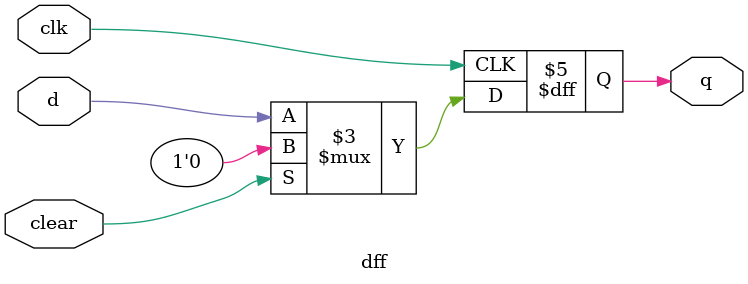
<source format=v>
module dff(clk,d,clear,q);
input clk;
input d;
input clear;
output reg q;

always @ (posedge clk)
begin
    if(clear)
        q<=0;
    else
        q<=d;
end

endmodule


</source>
